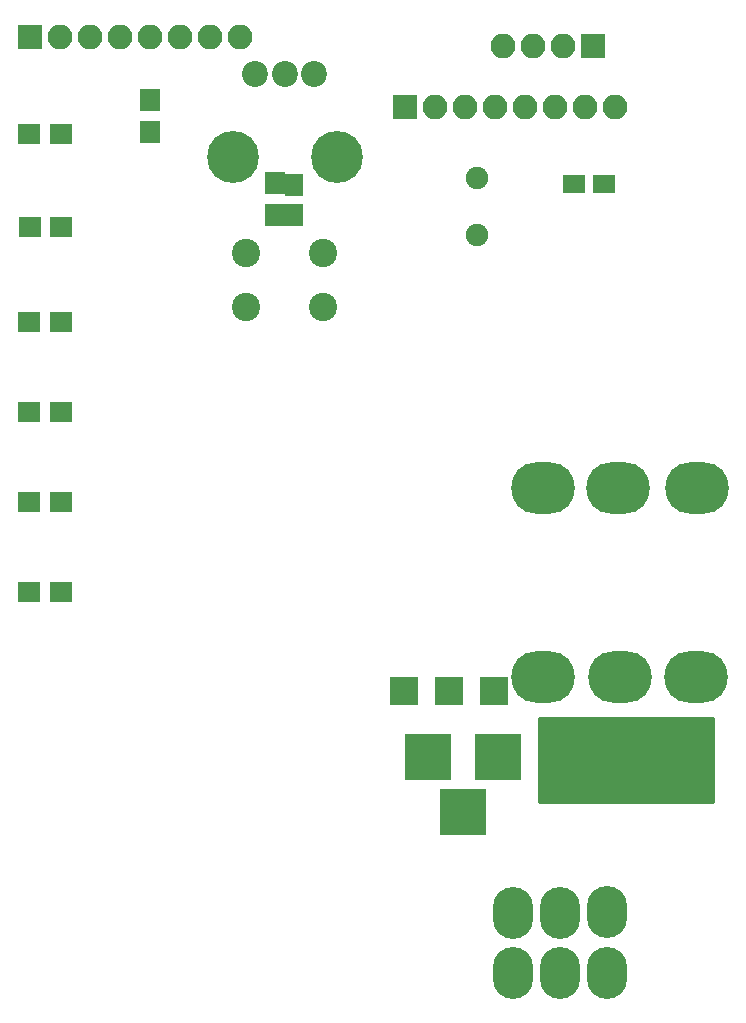
<source format=gbr>
G04 #@! TF.FileFunction,Soldermask,Bot*
%FSLAX46Y46*%
G04 Gerber Fmt 4.6, Leading zero omitted, Abs format (unit mm)*
G04 Created by KiCad (PCBNEW 4.0.7) date 03/24/18 16:20:00*
%MOMM*%
%LPD*%
G01*
G04 APERTURE LIST*
%ADD10C,0.100000*%
%ADD11C,2.200000*%
%ADD12C,4.400000*%
%ADD13R,3.900000X3.900000*%
%ADD14R,2.100000X2.100000*%
%ADD15O,2.100000X2.100000*%
%ADD16O,5.400000X4.400000*%
%ADD17R,1.900000X1.700000*%
%ADD18C,2.400000*%
%ADD19C,1.900000*%
%ADD20R,1.900000X1.650000*%
%ADD21R,1.700000X1.900000*%
%ADD22R,2.398980X2.398980*%
%ADD23O,3.400000X4.400000*%
%ADD24R,1.650000X1.900000*%
%ADD25C,0.254000*%
G04 APERTURE END LIST*
D10*
D11*
X119528600Y-57912000D03*
X117028600Y-57912000D03*
X114528600Y-57912000D03*
D12*
X121428600Y-64912000D03*
X112628600Y-64912000D03*
D13*
X135128000Y-115697000D03*
X129128000Y-115697000D03*
X132128000Y-120397000D03*
D14*
X143129000Y-55499000D03*
D15*
X140589000Y-55499000D03*
X138049000Y-55499000D03*
X135509000Y-55499000D03*
D16*
X145392000Y-108965000D03*
X145265000Y-92965000D03*
X138915000Y-108965000D03*
X138915000Y-92965000D03*
X151915000Y-92965000D03*
X151892000Y-108965000D03*
D17*
X98098600Y-62992000D03*
X95398600Y-62992000D03*
X98124000Y-70866000D03*
X95424000Y-70866000D03*
X98098600Y-78867000D03*
X95398600Y-78867000D03*
X98098600Y-86487000D03*
X95398600Y-86487000D03*
X98098600Y-94107000D03*
X95398600Y-94107000D03*
X98098600Y-101727000D03*
X95398600Y-101727000D03*
D18*
X120243600Y-73097000D03*
X120243600Y-77597000D03*
X113743600Y-73097000D03*
X113743600Y-77597000D03*
D19*
X133350000Y-66675000D03*
X133350000Y-71555000D03*
D20*
X144061500Y-67246500D03*
X141561500Y-67246500D03*
D21*
X105638600Y-60118000D03*
X105638600Y-62818000D03*
D14*
X95478600Y-54737000D03*
D15*
X98018600Y-54737000D03*
X100558600Y-54737000D03*
X103098600Y-54737000D03*
X105638600Y-54737000D03*
X108178600Y-54737000D03*
X110718600Y-54737000D03*
X113258600Y-54737000D03*
D14*
X127254000Y-60706000D03*
D15*
X129794000Y-60706000D03*
X132334000Y-60706000D03*
X134874000Y-60706000D03*
X137414000Y-60706000D03*
X139954000Y-60706000D03*
X142494000Y-60706000D03*
X145034000Y-60706000D03*
D22*
X134747000Y-110109000D03*
X130937000Y-110109000D03*
X127127000Y-110109000D03*
D23*
X140335000Y-128905000D03*
X140335000Y-133985000D03*
X136334500Y-133985000D03*
X136334500Y-128905000D03*
X144335500Y-128841500D03*
X144335500Y-133985000D03*
D24*
X117856000Y-67330000D03*
X117856000Y-69830000D03*
D21*
X116205000Y-67103000D03*
X116205000Y-69803000D03*
D25*
G36*
X153289000Y-119507000D02*
X138557000Y-119507000D01*
X138557000Y-112395000D01*
X153289000Y-112395000D01*
X153289000Y-119507000D01*
X153289000Y-119507000D01*
G37*
X153289000Y-119507000D02*
X138557000Y-119507000D01*
X138557000Y-112395000D01*
X153289000Y-112395000D01*
X153289000Y-119507000D01*
M02*

</source>
